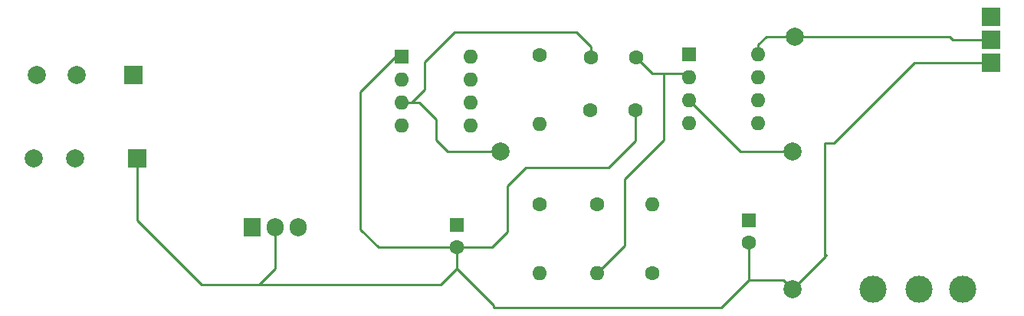
<source format=gbr>
%TF.GenerationSoftware,KiCad,Pcbnew,7.0.8*%
%TF.CreationDate,2024-09-13T08:40:35+02:00*%
%TF.ProjectId,Servotester,53657276-6f74-4657-9374-65722e6b6963,rev?*%
%TF.SameCoordinates,Original*%
%TF.FileFunction,Copper,L1,Top*%
%TF.FilePolarity,Positive*%
%FSLAX46Y46*%
G04 Gerber Fmt 4.6, Leading zero omitted, Abs format (unit mm)*
G04 Created by KiCad (PCBNEW 7.0.8) date 2024-09-13 08:40:35*
%MOMM*%
%LPD*%
G01*
G04 APERTURE LIST*
%TA.AperFunction,ComponentPad*%
%ADD10C,1.600000*%
%TD*%
%TA.AperFunction,ComponentPad*%
%ADD11O,1.600000X1.600000*%
%TD*%
%TA.AperFunction,ComponentPad*%
%ADD12R,1.600000X1.600000*%
%TD*%
%TA.AperFunction,ComponentPad*%
%ADD13R,2.000000X2.000000*%
%TD*%
%TA.AperFunction,ComponentPad*%
%ADD14R,1.905000X2.000000*%
%TD*%
%TA.AperFunction,ComponentPad*%
%ADD15O,1.905000X2.000000*%
%TD*%
%TA.AperFunction,ComponentPad*%
%ADD16C,2.000000*%
%TD*%
%TA.AperFunction,SMDPad,CuDef*%
%ADD17C,2.000000*%
%TD*%
%TA.AperFunction,ComponentPad*%
%ADD18C,3.000000*%
%TD*%
%TA.AperFunction,Conductor*%
%ADD19C,0.250000*%
%TD*%
G04 APERTURE END LIST*
D10*
%TO.P,10n,1*%
%TO.N,Net-(U4-TR)*%
X95758000Y-87884000D03*
%TO.P,10n,2*%
%TO.N,Net-(U3-Q)*%
X90758000Y-87884000D03*
%TD*%
%TO.P,10k,1*%
%TO.N,Net-(U2-VO)*%
X85090000Y-87630000D03*
D11*
%TO.P,10k,2*%
%TO.N,Net-(U3-DIS)*%
X85090000Y-95250000D03*
%TD*%
D10*
%TO.P,33K,1*%
%TO.N,Net-(U3-DIS)*%
X85090000Y-104140000D03*
D11*
%TO.P,33K,2*%
%TO.N,Net-(U3-THR)*%
X85090000Y-111760000D03*
%TD*%
D10*
%TO.P,100K,1*%
%TO.N,Net-(U2-VO)*%
X91440000Y-104140000D03*
D11*
%TO.P,100K,2*%
%TO.N,Net-(U4-TR)*%
X91440000Y-111760000D03*
%TD*%
D10*
%TO.P,1K,1*%
%TO.N,Net-(R4-Pad1)*%
X97536000Y-111760000D03*
D11*
%TO.P,1K,2*%
%TO.N,Net-(U4-DIS)*%
X97536000Y-104140000D03*
%TD*%
D12*
%TO.P,NE555,1,GND*%
%TO.N,Net-(U2-GND)*%
X69850000Y-87807800D03*
D11*
%TO.P,NE555,2,TR*%
%TO.N,Net-(U3-THR)*%
X69850000Y-90347800D03*
%TO.P,NE555,3,Q*%
%TO.N,Net-(U3-Q)*%
X69850000Y-92887800D03*
%TO.P,NE555,4,R*%
%TO.N,unconnected-(U3-R-Pad4)*%
X69850000Y-95427800D03*
%TO.P,NE555,5,CV*%
%TO.N,unconnected-(U3-CV-Pad5)*%
X77470000Y-95427800D03*
%TO.P,NE555,6,THR*%
%TO.N,Net-(U3-THR)*%
X77470000Y-92887800D03*
%TO.P,NE555,7,DIS*%
%TO.N,Net-(U3-DIS)*%
X77470000Y-90347800D03*
%TO.P,NE555,8,VCC*%
%TO.N,Net-(U2-VO)*%
X77470000Y-87807800D03*
%TD*%
D12*
%TO.P,NE555,1,GND*%
%TO.N,Net-(U2-GND)*%
X101600000Y-87553800D03*
D11*
%TO.P,NE555,2,TR*%
%TO.N,Net-(U4-TR)*%
X101600000Y-90093800D03*
%TO.P,NE555,3,Q*%
%TO.N,Net-(U4-Q)*%
X101600000Y-92633800D03*
%TO.P,NE555,4,R*%
%TO.N,unconnected-(U4-R-Pad4)*%
X101600000Y-95173800D03*
%TO.P,NE555,5,CV*%
%TO.N,unconnected-(U4-CV-Pad5)*%
X109220000Y-95173800D03*
%TO.P,NE555,6,THR*%
%TO.N,Net-(U4-DIS)*%
X109220000Y-92633800D03*
%TO.P,NE555,7,DIS*%
X109220000Y-90093800D03*
%TO.P,NE555,8,VCC*%
%TO.N,Net-(U2-VO)*%
X109220000Y-87553800D03*
%TD*%
D13*
%TO.P,VCC,1,LP*%
%TO.N,Net-(U4-Q)*%
X134924800Y-83413600D03*
%TD*%
%TO.P,Q,1,LP*%
%TO.N,Net-(U2-VO)*%
X134924800Y-85953600D03*
%TD*%
%TO.P,GND,1,LP_GND*%
%TO.N,Net-(U2-GND)*%
X40640000Y-99060000D03*
%TD*%
D14*
%TO.P,7805,1,VO*%
%TO.N,Net-(U1-LP_Vcc)*%
X53340000Y-106680000D03*
D15*
%TO.P,7805,2,GND*%
%TO.N,Net-(U2-GND)*%
X55880000Y-106680000D03*
%TO.P,7805,3,VI*%
%TO.N,Net-(U2-VO)*%
X58420000Y-106680000D03*
%TD*%
D13*
%TO.P,9V,1,LP_Vcc*%
%TO.N,Net-(U1-LP_Vcc)*%
X40170100Y-89865200D03*
%TD*%
D16*
%TO.P, ,1*%
%TO.N,N/C*%
X29540200Y-89827100D03*
%TD*%
%TO.P, ,1*%
%TO.N,N/C*%
X33743900Y-99060000D03*
%TD*%
D13*
%TO.P,GND,1,LP*%
%TO.N,Net-(U2-GND)*%
X134924800Y-88493600D03*
%TD*%
D12*
%TO.P,1uF,1*%
%TO.N,Net-(U3-THR)*%
X75946000Y-106426000D03*
D10*
%TO.P,1uF,2*%
%TO.N,Net-(U2-GND)*%
X75946000Y-108926000D03*
%TD*%
%TO.P,100n,1*%
%TO.N,Net-(U4-DIS)*%
X90678000Y-93726000D03*
%TO.P,100n,2*%
%TO.N,Net-(U2-GND)*%
X95678000Y-93726000D03*
%TD*%
D12*
%TO.P,100uF,1*%
%TO.N,Net-(U2-VO)*%
X108204000Y-105918000D03*
D10*
%TO.P,100uF,2*%
%TO.N,Net-(U2-GND)*%
X108204000Y-108418000D03*
%TD*%
D17*
%TO.P,LP,1*%
%TO.N,Net-(U3-Q)*%
X80772000Y-98298000D03*
%TD*%
%TO.P,LP,1*%
%TO.N,Net-(U4-Q)*%
X113030000Y-98298000D03*
%TD*%
%TO.P,LP,1*%
%TO.N,Net-(U2-VO)*%
X113284000Y-85598000D03*
%TD*%
D18*
%TO.P,20K lin,1*%
%TO.N,Net-(U2-VO)*%
X121920000Y-113538000D03*
%TD*%
%TO.P,LP,1*%
%TO.N,Net-(R4-Pad1)*%
X131826000Y-113538000D03*
%TD*%
D17*
%TO.P,LP,1*%
%TO.N,Net-(U2-GND)*%
X113030000Y-113538000D03*
%TD*%
D18*
%TO.P,LP,1*%
%TO.N,Net-(U2-VO)*%
X127000000Y-113538000D03*
%TD*%
D16*
%TO.P, ,1*%
%TO.N,N/C*%
X33921700Y-89877900D03*
%TD*%
%TO.P, ,1*%
%TO.N,N/C*%
X29171900Y-99060000D03*
%TD*%
D19*
%TO.N,Net-(U2-GND)*%
X92710000Y-100076000D02*
X83566000Y-100076000D01*
X80010000Y-115316000D02*
X75946000Y-111252000D01*
X52578000Y-113030000D02*
X54102000Y-113030000D01*
X108204000Y-112522000D02*
X105156000Y-115570000D01*
X40640000Y-105918000D02*
X47752000Y-113030000D01*
X40640000Y-99060000D02*
X40640000Y-105918000D01*
X117627400Y-97358200D02*
X116560600Y-97358200D01*
X116560600Y-97358200D02*
X116560600Y-110007400D01*
X55880000Y-111252000D02*
X55880000Y-106680000D01*
X113030000Y-113538000D02*
X116560600Y-110007400D01*
X108204000Y-112522000D02*
X112014000Y-112522000D01*
X65278000Y-91694000D02*
X65278000Y-106934000D01*
X80010000Y-115570000D02*
X80010000Y-115316000D01*
X134924800Y-88493600D02*
X126492000Y-88493600D01*
X75946000Y-108926000D02*
X75946000Y-111252000D01*
X95678000Y-97108000D02*
X92710000Y-100076000D01*
X105156000Y-115570000D02*
X80010000Y-115570000D01*
X108204000Y-108418000D02*
X108204000Y-112522000D01*
X54102000Y-113030000D02*
X55880000Y-111252000D01*
X69164200Y-87807800D02*
X65278000Y-91694000D01*
X108204000Y-108204000D02*
X108204000Y-108418000D01*
X95678000Y-93726000D02*
X95678000Y-97108000D01*
X116560600Y-110007400D02*
X116789200Y-109778800D01*
X47752000Y-113030000D02*
X52578000Y-113030000D01*
X69850000Y-87807800D02*
X69164200Y-87807800D01*
X79796000Y-108926000D02*
X75946000Y-108926000D01*
X74168000Y-113030000D02*
X52578000Y-113030000D01*
X81534000Y-102108000D02*
X81534000Y-107188000D01*
X126492000Y-88493600D02*
X117627400Y-97358200D01*
X112014000Y-112522000D02*
X113030000Y-113538000D01*
X83566000Y-100076000D02*
X81534000Y-102108000D01*
X65278000Y-106934000D02*
X67270000Y-108926000D01*
X75946000Y-111252000D02*
X74168000Y-113030000D01*
X81534000Y-107188000D02*
X79796000Y-108926000D01*
X67270000Y-108926000D02*
X75946000Y-108926000D01*
%TO.N,Net-(U4-TR)*%
X98806000Y-97028000D02*
X98806000Y-89662000D01*
X91440000Y-111760000D02*
X94488000Y-108712000D01*
X94488000Y-108712000D02*
X94488000Y-101346000D01*
X101168200Y-89662000D02*
X101600000Y-90093800D01*
X94488000Y-101346000D02*
X98806000Y-97028000D01*
X98806000Y-89662000D02*
X101168200Y-89662000D01*
X97536000Y-89662000D02*
X98806000Y-89662000D01*
X95758000Y-87884000D02*
X97536000Y-89662000D01*
%TO.N,Net-(U3-Q)*%
X90758000Y-87884000D02*
X90758000Y-86694000D01*
X74930000Y-98298000D02*
X80772000Y-98298000D01*
X89154000Y-85090000D02*
X75692000Y-85090000D01*
X75692000Y-85090000D02*
X72390000Y-88392000D01*
X72390000Y-91440000D02*
X70942200Y-92887800D01*
X90758000Y-86694000D02*
X89154000Y-85090000D01*
X71805800Y-92887800D02*
X73660000Y-94742000D01*
X73660000Y-94742000D02*
X73660000Y-97028000D01*
X73660000Y-97028000D02*
X74930000Y-98298000D01*
X72390000Y-88392000D02*
X72390000Y-91440000D01*
X70942200Y-92887800D02*
X71805800Y-92887800D01*
X70942200Y-92887800D02*
X69850000Y-92887800D01*
%TO.N,Net-(U2-VO)*%
X113284000Y-85598000D02*
X110134400Y-85598000D01*
X130708400Y-85953600D02*
X134924800Y-85953600D01*
X130352800Y-85598000D02*
X130708400Y-85953600D01*
X110134400Y-85598000D02*
X109220000Y-86512400D01*
X113284000Y-85598000D02*
X130352800Y-85598000D01*
X109220000Y-86512400D02*
X109220000Y-87553800D01*
%TO.N,Net-(U4-Q)*%
X101600000Y-92633800D02*
X107264200Y-98298000D01*
X107264200Y-98298000D02*
X113030000Y-98298000D01*
%TD*%
M02*

</source>
